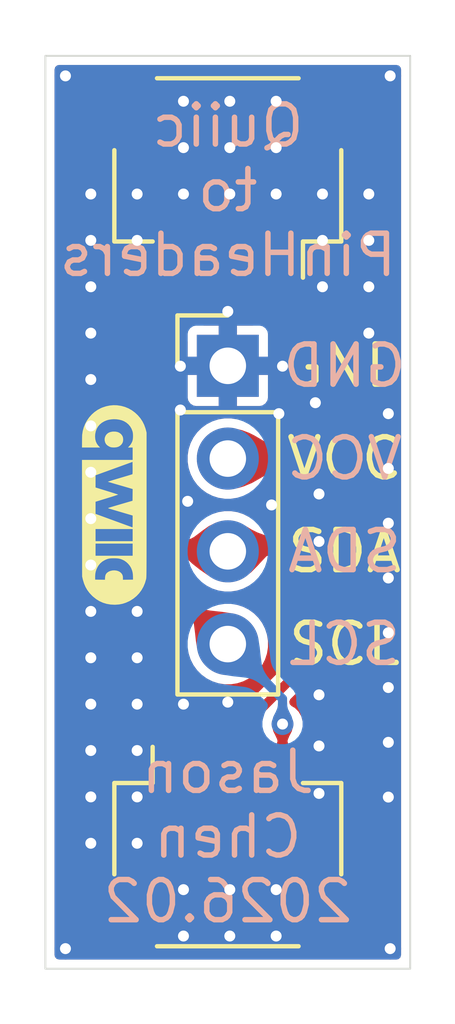
<source format=kicad_pcb>
(kicad_pcb (version 20241229) (generator "pcbnew") (generator_version "9.0")
  (layers (0 "F.Cu" signal) (2 "B.Cu" signal) (13 "F.Paste" user) (15 "B.Paste" user) (5 "F.SilkS" user "F.Silkscreen") (7 "B.SilkS" user "B.Silkscreen") (1 "F.Mask" user) (3 "B.Mask" user) (25 "Edge.Cuts" user))
  (net 0 "")
  (net 1 "GND")
  (net 2 "+3V3")
  (net 3 "/I2C_SDA")
  (net 4 "/I2C_SCL")
  (footprint "Connector_JST:JST_SH_SM04B-SRSS-TB_1x04-1MP_P1.00mm_Horizontal" (layer "F.Cu") (at 145 43.3 180)
    (property "Reference" "J3" (hide yes))
    (property "Value" "Qwiic")
    (fp_line (start 3.11 0.715) (end 3.11 -1.785) (stroke (width 0.12)) (layer "F.SilkS"))
    (fp_line (start 3.11 -1.785) (end 2.06 -1.785) (stroke (width 0.12)) (layer "F.SilkS"))
    (fp_line (start -1.94 2.685) (end 1.94 2.685) (stroke (width 0.12)) (layer "F.SilkS"))
    (fp_line (start -2.06 -1.785) (end -2.06 -2.775) (stroke (width 0.12)) (layer "F.SilkS"))
    (fp_line (start -3.11 0.715) (end -3.11 -1.785) (stroke (width 0.12)) (layer "F.SilkS"))
    (fp_line (start -3.11 -1.785) (end -2.06 -1.785) (stroke (width 0.12)) (layer "F.SilkS"))
    (pad "1" smd roundrect (at -1.5 -2 180) (size 0.6 1.55) (layers "F.Cu" "F.Mask" "F.Paste") (net 1 "GND"))
    (pad "2" smd roundrect (at -0.5 -2 180) (size 0.6 1.55) (layers "F.Cu" "F.Mask" "F.Paste") (net 2 "+3V3"))
    (pad "3" smd roundrect (at 0.5 -2 180) (size 0.6 1.55) (layers "F.Cu" "F.Mask" "F.Paste") (net 3 "/I2C_SDA"))
    (pad "4" smd roundrect (at 1.5 -2 180) (size 0.6 1.55) (layers "F.Cu" "F.Mask" "F.Paste") (net 4 "/I2C_SCL"))
    (pad "MP" smd roundrect (at -2.8 1.875 180) (size 1.2 1.8) (layers "F.Cu" "F.Mask" "F.Paste") (roundrect_rratio 0.208333) (net 1 "GND"))
    (pad "MP" smd roundrect (at 2.8 1.875 180) (size 1.2 1.8) (layers "F.Cu" "F.Mask" "F.Paste") (roundrect_rratio 0.208333) (net 1 "GND"))
  )
  (footprint "Connector_JST:JST_SH_SM04B-SRSS-TB_1x04-1MP_P1.00mm_Horizontal" (layer "F.Cu") (at 145 61.7)
    (property "Reference" "J2" (hide yes))
    (property "Value" "Qwiic")
    (fp_line (start -3.11 -1.785) (end -2.06 -1.785) (stroke (width 0.12)) (layer "F.SilkS"))
    (fp_line (start -3.11 0.715) (end -3.11 -1.785) (stroke (width 0.12)) (layer "F.SilkS"))
    (fp_line (start -2.06 -1.785) (end -2.06 -2.775) (stroke (width 0.12)) (layer "F.SilkS"))
    (fp_line (start -1.94 2.685) (end 1.94 2.685) (stroke (width 0.12)) (layer "F.SilkS"))
    (fp_line (start 3.11 -1.785) (end 2.06 -1.785) (stroke (width 0.12)) (layer "F.SilkS"))
    (fp_line (start 3.11 0.715) (end 3.11 -1.785) (stroke (width 0.12)) (layer "F.SilkS"))
    (pad "1" smd roundrect (at -1.5 -2) (size 0.6 1.55) (layers "F.Cu" "F.Mask" "F.Paste") (net 1 "GND"))
    (pad "2" smd roundrect (at -0.5 -2) (size 0.6 1.55) (layers "F.Cu" "F.Mask" "F.Paste") (net 2 "+3V3"))
    (pad "3" smd roundrect (at 0.5 -2) (size 0.6 1.55) (layers "F.Cu" "F.Mask" "F.Paste") (net 3 "/I2C_SDA"))
    (pad "4" smd roundrect (at 1.5 -2) (size 0.6 1.55) (layers "F.Cu" "F.Mask" "F.Paste") (net 4 "/I2C_SCL"))
    (pad "MP" smd roundrect (at -2.8 1.875) (size 1.2 1.8) (layers "F.Cu" "F.Mask" "F.Paste") (roundrect_rratio 0.208333) (net 1 "GND"))
    (pad "MP" smd roundrect (at 2.8 1.875) (size 1.2 1.8) (layers "F.Cu" "F.Mask" "F.Paste") (roundrect_rratio 0.208333) (net 1 "GND"))
  )
  (footprint "SparkFun-Qwiic:qwiic_5.5mm" (layer "F.Cu") (at 141.9 52.30193 -90)
    (property "Reference" "G1" (hide yes))
    (property "Value" "qwiic_Logo" (hide yes))
    (fp_poly (pts (xy -1.744529 -0.228174) (xy -1.702315 -0.214289) (xy -1.664029 -0.189708) (xy -1.654026 -0.181152) (xy -1.619809 -0.143396) (xy -1.595623 -0.100061) (xy -1.581008 -0.049819) (xy -1.575509 0.008659) (xy -1.576197 0.044688) (xy -1.578375 0.076491) (xy -1.58186 0.100162) (xy -1.587973 0.120858) (xy -1.598034 0.143735) (xy -1.605295 0.158266) (xy -1.633786 0.203515) (xy -1.667807 0.237166) (xy -1.708717 0.260118) (xy -1.757873 0.273271) (xy -1.783338 0.276256) (xy -1.810787 0.276057) (xy -1.839069 0.27236) (xy -1.8475 0.27035) (xy -1.89829 0.249844) (xy -1.940013 0.219722) (xy -1.972464 0.180268) (xy -1.995435 0.13177) (xy -2.00872 0.074515) (xy -2.011653 0.042934) (xy -2.010638 -0.020979) (xy -2.000149 -0.07632) (xy -1.979787 -0.124224) (xy -1.949149 -0.165827) (xy -1.931953 -0.182752) (xy -1.89434 -0.209834) (xy -1.852739 -0.226042) (xy -1.804386 -0.232372) (xy -1.793879 -0.23254)) (fill yes) (layer "F.SilkS"))
    (fp_poly (pts (xy 0.188989 -0.873684) (xy 0.368469 -0.873676) (xy 0.535572 -0.873659) (xy 0.690756 -0.873631) (xy 0.834476 -0.873589) (xy 0.967189 -0.873529) (xy 1.089351 -0.87345) (xy 1.201417 -0.873348) (xy 1.303844 -0.873221) (xy 1.397089 -0.873066) (xy 1.481606 -0.872879) (xy 1.557853 -0.872659) (xy 1.626285 -0.872402) (xy 1.687358 -0.872106) (xy 1.74153 -0.871768) (xy 1.789255 -0.871384) (xy 1.830989 -0.870953) (xy 1.86719 -0.870472) (xy 1.898313 -0.869937) (xy 1.924814 -0.869346) (xy 1.947149 -0.868695) (xy 1.965775 -0.867984) (xy 1.981147 -0.867207) (xy 1.993722 -0.866364) (xy 2.003955 -0.86545) (xy 2.012304 -0.864464) (xy 2.019223 -0.863401) (xy 2.02517 -0.862261) (xy 2.029741 -0.861241) (xy 2.137702 -0.829587) (xy 2.238643 -0.787003) (xy 2.332046 -0.733884) (xy 2.417398 -0.670627) (xy 2.494181 -0.597625) (xy 2.561879 -0.515274) (xy 2.619977 -0.423969) (xy 2.633198 -0.399293) (xy 2.674719 -0.307751) (xy 2.70432 -0.216012) (xy 2.722646 -0.121391) (xy 2.730343 -0.021201) (xy 2.730683 0.006344) (xy 2.724721 0.116766) (xy 2.706755 0.221541) (xy 2.676668 0.320961) (xy 2.634342 0.415323) (xy 2.579657 0.504919) (xy 2.512496 0.590045) (xy 2.483802 0.621154) (xy 2.408708 0.691813) (xy 2.329427 0.751264) (xy 2.244356 0.8004) (xy 2.15189 0.840112) (xy 2.050426 0.871292) (xy 2.021097 0.878405) (xy 1.956657 0.893225) (xy 0.360437 0.895214) (xy -1.235783 0.897204) (xy -1.235783 0.202774) (xy -1.235783 -0.488334) (xy -1.181343 -0.488334) (xy -0.997616 0.018157) (xy -0.813889 0.524647) (xy -0.647346 0.524761) (xy -0.480803 0.524876) (xy -0.385564 0.217591) (xy -0.3665 0.156265) (xy -0.348529 0.09881) (xy -0.332051 0.046475) (xy -0.317463 0.00051) (xy -0.305163 -0.037838) (xy -0.295552 -0.067317) (xy -0.289026 -0.086681) (xy -0.285985 -0.094678) (xy -0.285915 -0.094777) (xy -0.283162 -0.089645) (xy -0.276946 -0.072983) (xy -0.267655 -0.04598) (xy -0.255677 -0.009825) (xy -0.241401 0.034294) (xy -0.225213 0.085189) (xy -0.207502 0.14167) (xy -0.188657 0.20255) (xy -0.185599 0.212499) (xy -0.089694 0.52486) (xy 0.076447 0.524868) (xy 0.242587 0.524876) (xy 0.426918 0.020904) (xy 0.455504 -0.057305) (xy 0.482733 -0.131903) (xy 0.508265 -0.20195) (xy 0.531759 -0.266507) (xy 0.552873 -0.324632) (xy 0.571266 -0.375388) (xy 0.586599 -0.417833) (xy 0.59853 -0.451028) (xy 0.606718 -0.474033) (xy 0.610823 -0.485909) (xy 0.611248 -0.487362) (xy 0.604905 -0.488552) (xy 0.587078 -0.489614) (xy 0.559571 -0.490503) (xy 0.524189 -0.491169) (xy 0.482734 -0.491565) (xy 0.449728 -0.491656) (xy 0.657756 -0.491656) (xy 0.657756 0.01661) (xy 0.657756 0.524876) (xy 0.823856 0.524876) (xy 0.989956 0.524876) (xy 0.989956 0.01661) (xy 0.989956 -0.491656) (xy 1.056396 -0.491656) (xy 1.056396 0.01661) (xy 1.056396 0.524876) (xy 1.222496 0.524876) (xy 1.388596 0.524876) (xy 1.388596 0.019932) (xy 1.458376 0.019932) (xy 1.45902 0.073148) (xy 1.461395 0.11645) (xy 1.466194 0.153169) (xy 1.474111 0.186641) (xy 1.48584 0.220197) (xy 1.502076 0.25717) (xy 1.512091 0.277961) (xy 1.551116 0.342691) (xy 1.600225 0.398923) (xy 1.658781 0.446015) (xy 1.704455 0.472889) (xy 1.765567 0.500941) (xy 1.82378 0.520106) (xy 1.883474 0.531385) (xy 1.949031 0.535779) (xy 1.979911 0.535804) (xy 2.043029 0.534842) (xy 2.044825 0.40112) (xy 2.046621 0.267398) (xy 1.987888 0.26459) (xy 1.940401 0.258942) (xy 1.902186 0.246296) (xy 1.87058 0.225501) (xy 1.850686 0.205147) (xy 1.822478 0.162527) (xy 1.802896 0.113625) (xy 1.791867 0.060842) (xy 1.789318 0.006581) (xy 1.795175 -0.046757) (xy 1.809366 -0.096768) (xy 1.831818 -0.141052) (xy 1.862325 -0.177087) (xy 1.894603 -0.201886) (xy 1.927702 -0.217164) (xy 1.965918 -0.224498) (xy 1.994995 -0.22575) (xy 2.046621 -0.225896) (xy 2.044825 -0.363759) (xy 2.043029 -0.501622) (xy 1.959979 -0.500554) (xy 1.893849 -0.497186) (xy 1.835767 -0.488238) (xy 1.781296 -0.472686) (xy 1.726 -0.449502) (xy 1.714151 -0.44371) (xy 1.660755 -0.411091) (xy 1.609549 -0.368714) (xy 1.563822 -0.319823) (xy 1.526864 -0.267659) (xy 1.516376 -0.248774) (xy 1.495472 -0.20526) (xy 1.480053 -0.16559) (xy 1.469376 -0.126327) (xy 1.4627 -0.084031) (xy 1.459282 -0.035264) (xy 1.458376 0.019932) (xy 1.388596 0.019932) (xy 1.388596 0.01661) (xy 1.388596 -0.491656) (xy 1.222496 -0.491656) (xy 1.056396 -0.491656) (xy 0.989956 -0.491656) (xy 0.823856 -0.491656) (xy 0.657756 -0.491656) (xy 0.449728 -0.491656) (xy 0.288208 -0.491656) (xy 0.19303 -0.167761) (xy 0.174271 -0.104052) (xy 0.156437 -0.043736) (xy 0.139917 0.011892) (xy 0.1251 0.061535) (xy 0.112372 0.103899) (xy 0.102123 0.137689) (xy 0.09474 0.161607) (xy 0.090612 0.174359) (xy 0.090171 0.175559) (xy 0.088698 0.178881) (xy 0.087111 0.18079) (xy 0.085173 0.180539) (xy 0.082647 0.177381) (xy 0.079298 0.170569) (xy 0.074888 0.159355) (xy 0.069182 0.142993) (xy 0.061943 0.120735) (xy 0.052934 0.091833) (xy 0.04192 0.055541) (xy 0.028664 0.011112) (xy 0.012929 -0.042203) (xy -0.00552 -0.105149) (xy -0.026921 -0.178474) (xy -0.05151 -0.262927) (xy -0.079523 -0.359252) (xy -0.085179 -0.378708) (xy -0.117049 -0.488334) (xy -0.277339 -0.490112) (xy -0.437628 -0.49189) (xy -0.454189 -0.43696) (xy -0.459558 -0.418854) (xy -0.468119 -0.389617) (xy -0.479393 -0.350891) (xy -0.492907 -0.304315) (xy -0.508184 -0.251532) (xy -0.524747 -0.194183) (xy -0.542123 -0.133908) (xy -0.551981 -0.09966) (xy -0.568989 -0.040756) (xy -0.58498 0.014206) (xy -0.599562 0.06391) (xy -0.612343 0.107038) (xy -0.622932 0.142273) (xy -0.630935 0.168299) (xy -0.635962 0.183799) (xy -0.637508 0.18769) (xy -0.640143 0.182477) (xy -0.646125 0.165659) (xy -0.655094 0.138393) (xy -0.666689 0.101832) (xy -0.680551 0.057133) (xy -0.69632 0.005452) (xy -0.713634 -0.052056) (xy -0.732133 -0.114236) (xy -0.740425 -0.142334) (xy -0.759399 -0.20664) (xy -0.777342 -0.267165) (xy -0.793889 -0.322695) (xy -0.808673 -0.372021) (xy -0.82133 -0.413928) (xy -0.831496 -0.447207) (xy -0.838804 -0.470643) (xy -0.84289 -0.483025) (xy -0.843542 -0.484614) (xy -0.850632 -0.487101) (xy -0.868742 -0.488897) (xy -0.898394 -0.490018) (xy -0.940108 -0.490481) (xy -0.994407 -0.490303) (xy -1.01469 -0.490111) (xy -1.181343 -0.488334) (xy -1.235783 -0.488334) (xy -1.235783 -0.491656) (xy -1.405205 -0.491656) (xy -1.574627 -0.491656) (xy -1.574627 -0.427104) (xy -1.574627 -0.362552) (xy -1.609508 -0.396555) (xy -1.661359 -0.43946) (xy -1.718827 -0.471706) (xy -1.754015 -0.485658) (xy -1.788245 -0.49406) (xy -1.831367 -0.499432) (xy -1.879321 -0.501718) (xy -1.928048 -0.500861) (xy -1.973488 -0.496806) (xy -2.011582 -0.489496) (xy -2.012556 -0.489229) (xy -2.084908 -0.462581) (xy -2.150106 -0.424879) (xy -2.207521 -0.376647) (xy -2.256521 -0.318407) (xy -2.29395 -0.255794) (xy -2.318933 -0.194223) (xy -2.33707 -0.124518) (xy -2.347799 -0.050248) (xy -2.350561 0.025012) (xy -2.346898 0.081449) (xy -2.339692 0.134862) (xy -2.330738 0.179551) (xy -2.31876 0.220071) (xy -2.302483 0.26098) (xy -2.287822 0.292336) (xy -2.250269 0.35538) (xy -2.20353 0.410804) (xy -2.149262 0.456924) (xy -2.092859 0.490294) (xy -2.020419 0.518194) (xy -1.944236 0.533989) (xy -1.875283 0.538164) (xy -1.802473 0.532351) (xy -1.735765 0.51502) (xy -1.675583 0.486334) (xy -1.622351 0.446454) (xy -1.613975 0.438525) (xy -1.574627 0.400023) (xy -1.574627 0.648481) (xy -1.574627 0.89694) (xy -1.735744 0.895823) (xy -1.782316 0.895408) (xy -1.825873 0.89485) (xy -1.864188 0.894189) (xy -1.895038 0.893467) (xy -1.916195 0.892727) (xy -1.923437 0.892281) (xy -2.027954 0.876345) (xy -2.128979 0.848373) (xy -2.225505 0.809112) (xy -2.316526 0.759313) (xy -2.401034 0.699725) (xy -2.478023 0.631096) (xy -2.546484 0.554176) (xy -2.605411 0.469715) (xy -2.653797 0.378461) (xy -2.671809 0.335522) (xy -2.704391 0.235151) (xy -2.725401 0.133425) (xy -2.734543 0.032335) (xy -2.731552 -0.065793) (xy -2.714985 -0.176099) (xy -2.686777 -0.280033) (xy -2.646817 -0.377821) (xy -2.594997 -0.46969) (xy -2.531208 -0.555868) (xy -2.459831 -0.632281) (xy -2.378973 -0.701842) (xy -2.292396 -0.75987) (xy -2.199097 -0.806917) (xy -2.098074 -0.843536) (xy -2.054815 -0.855504) (xy -1.983233 -0.873686) (xy -0.003322 -0.873686)) (fill yes) (layer "F.SilkS"))
  )
  (footprint "Connector_PinHeader_2.54mm:PinHeader_1x04_P2.54mm_Vertical" (layer "F.Cu") (at 145 48.49)
    (property "Reference" "J1" (hide yes))
    (property "Value" "Conn_01x04_Pin")
    (fp_line (start -1.38 -1.38) (end 0 -1.38) (stroke (width 0.12)) (layer "F.SilkS"))
    (fp_line (start -1.38 0) (end -1.38 -1.38) (stroke (width 0.12)) (layer "F.SilkS"))
    (fp_line (start -1.38 1.27) (end -1.38 9) (stroke (width 0.12)) (layer "F.SilkS"))
    (fp_line (start -1.38 1.27) (end 1.38 1.27) (stroke (width 0.12)) (layer "F.SilkS"))
    (fp_line (start -1.38 9) (end 1.38 9) (stroke (width 0.12)) (layer "F.SilkS"))
    (fp_line (start 1.38 1.27) (end 1.38 9) (stroke (width 0.12)) (layer "F.SilkS"))
    (pad "1" thru_hole rect (at 0 0) (size 1.7 1.7) (drill 1) (layers "*.Cu" "*.Mask") (net 1 "GND"))
    (pad "2" thru_hole circle (at 0 2.54) (size 1.7 1.7) (drill 1) (layers "*.Cu" "*.Mask") (net 2 "+3V3"))
    (pad "3" thru_hole circle (at 0 5.08) (size 1.7 1.7) (drill 1) (layers "*.Cu" "*.Mask") (net 3 "/I2C_SDA"))
    (pad "4" thru_hole circle (at 0 7.62) (size 1.7 1.7) (drill 1) (layers "*.Cu" "*.Mask") (net 4 "/I2C_SCL"))
  )
  (gr_rect (start 140 40) (end 150 65) (stroke (width 0.05)) (fill no) (layer "Edge.Cuts"))
  (gr_text "VCC" (at 148.2 51.67325 0) (layer "F.SilkS") (effects (font (size 1.1 1.1)) (justify bottom)))
  (gr_text "SCL" (at 148.2 56.75325 0) (layer "F.SilkS") (effects (font (size 1.1 1.1)) (justify bottom)))
  (gr_text "SDA" (at 148.2 54.21325 0) (layer "F.SilkS") (effects (font (size 1.1 1.1)) (justify bottom)))
  (gr_text "GND" (at 148.2 49.13325 0) (layer "F.SilkS") (effects (font (size 1.1 1.1)) (justify bottom)))
  (gr_text "SDA" (at 148.2 54.21325 0) (layer "B.SilkS") (effects (font (size 1.1 1.1)) (justify bottom mirror)))
  (gr_text "SCL" (at 148.2 56.75325 0) (layer "B.SilkS") (effects (font (size 1.1 1.1)) (justify bottom mirror)))
  (gr_text "VCC" (at 148.2 51.67325 0) (layer "B.SilkS") (effects (font (size 1.1 1.1)) (justify bottom mirror)))
  (gr_text "Jason\nChen\n2026.02" (at 145 63.8 0) (layer "B.SilkS") (effects (font (size 1.1 1.1)) (justify bottom mirror)))
  (gr_text "Quiic\nto\nPinHeaders" (at 145 46.1 0) (layer "B.SilkS") (effects (font (size 1.1 1.1)) (justify bottom mirror)))
  (gr_text "GND" (at 148.2 49.13325 0) (layer "B.SilkS") (effects (font (size 1.1 1.1)) (justify bottom mirror)))
  (via (at 143.785 43.785) (size 0.6) (drill 0.3) (layers "F.Cu" "B.Cu") (net 1))
  (via (at 140.55 40.55) (size 0.6) (drill 0.3) (layers "F.Cu" "B.Cu") (net 1))
  (via (at 143.785 42.515) (size 0.6) (drill 0.3) (layers "F.Cu" "B.Cu") (net 1))
  (via (at 142.515 60.295) (size 0.6) (drill 0.3) (layers "F.Cu" "B.Cu") (net 1))
  (via (at 140.55 64.45) (size 0.6) (drill 0.3) (layers "F.Cu" "B.Cu") (net 1))
  (via (at 148.865 43.785) (size 0.6) (drill 0.3) (layers "F.Cu" "B.Cu") (net 1))
  (via (at 141.245 50.135) (size 0.6) (drill 0.3) (layers "F.Cu" "B.Cu") (net 1))
  (via (at 141.245 45.055) (size 0.6) (drill 0.3) (layers "F.Cu" "B.Cu") (net 1))
  (via (at 142.515 45.055) (size 0.6) (drill 0.3) (layers "F.Cu" "B.Cu") (net 1))
  (via (at 149.4 49.8) (size 0.6) (drill 0.3) (layers "F.Cu" "B.Cu") (net 1))
  (via (at 148.865 47.595) (size 0.6) (drill 0.3) (layers "F.Cu" "B.Cu") (net 1))
  (via (at 147.5 57.5) (size 0.6) (drill 0.3) (layers "F.Cu" "B.Cu") (net 1))
  (via (at 148.865 45.055) (size 0.6) (drill 0.3) (layers "F.Cu" "B.Cu") (net 1))
  (via (at 143.9 52.2) (size 0.6) (drill 0.3) (layers "F.Cu" "B.Cu") (net 1))
  (via (at 146.325 64.105) (size 0.6) (drill 0.3) (layers "F.Cu" "B.Cu") (net 1))
  (via (at 148.865 46.325) (size 0.6) (drill 0.3) (layers "F.Cu" "B.Cu") (net 1))
  (via (at 141.245 51.405) (size 0.6) (drill 0.3) (layers "F.Cu" "B.Cu") (net 1))
  (via (at 147.595 45.055) (size 0.6) (drill 0.3) (layers "F.Cu" "B.Cu") (net 1))
  (via (at 145.055 62.835) (size 0.6) (drill 0.3) (layers "F.Cu" "B.Cu") (net 1))
  (via (at 141.245 55.215) (size 0.6) (drill 0.3) (layers "F.Cu" "B.Cu") (net 1))
  (via (at 143.7 48.5) (size 0.6) (drill 0.3) (layers "F.Cu" "B.Cu") (net 1))
  (via (at 141.245 60.295) (size 0.6) (drill 0.3) (layers "F.Cu" "B.Cu") (net 1))
  (via (at 145 57.7) (size 0.6) (drill 0.3) (layers "F.Cu" "B.Cu") (net 1))
  (via (at 141.245 47.595) (size 0.6) (drill 0.3) (layers "F.Cu" "B.Cu") (net 1))
  (via (at 145 47) (size 0.6) (drill 0.3) (layers "F.Cu" "B.Cu") (net 1))
  (via (at 141.245 46.325) (size 0.6) (drill 0.3) (layers "F.Cu" "B.Cu") (net 1))
  (via (at 147.4 49.5) (size 0.6) (drill 0.3) (layers "F.Cu" "B.Cu") (net 1))
  (via (at 146.325 41.245) (size 0.6) (drill 0.3) (layers "F.Cu" "B.Cu") (net 1))
  (via (at 141.245 57.755) (size 0.6) (drill 0.3) (layers "F.Cu" "B.Cu") (net 1))
  (via (at 143.7 49.7) (size 0.6) (drill 0.3) (layers "F.Cu" "B.Cu") (net 1))
  (via (at 142.515 55.215) (size 0.6) (drill 0.3) (layers "F.Cu" "B.Cu") (net 1))
  (via (at 146.325 62.835) (size 0.6) (drill 0.3) (layers "F.Cu" "B.Cu") (net 1))
  (via (at 149.4 57.3) (size 0.6) (drill 0.3) (layers "F.Cu" "B.Cu") (net 1))
  (via (at 141.245 43.785) (size 0.6) (drill 0.3) (layers "F.Cu" "B.Cu") (net 1))
  (via (at 146.325 42.515) (size 0.6) (drill 0.3) (layers "F.Cu" "B.Cu") (net 1))
  (via (at 145.055 43.785) (size 0.6) (drill 0.3) (layers "F.Cu" "B.Cu") (net 1))
  (via (at 142.515 43.785) (size 0.6) (drill 0.3) (layers "F.Cu" "B.Cu") (net 1))
  (via (at 141.245 61.565) (size 0.6) (drill 0.3) (layers "F.Cu" "B.Cu") (net 1))
  (via (at 149.4 54.3) (size 0.6) (drill 0.3) (layers "F.Cu" "B.Cu") (net 1))
  (via (at 142.515 61.565) (size 0.6) (drill 0.3) (layers "F.Cu" "B.Cu") (net 1))
  (via (at 149.45 40.55) (size 0.6) (drill 0.3) (layers "F.Cu" "B.Cu") (net 1))
  (via (at 141.245 56.485) (size 0.6) (drill 0.3) (layers "F.Cu" "B.Cu") (net 1))
  (via (at 147.5 52) (size 0.6) (drill 0.3) (layers "F.Cu" "B.Cu") (net 1))
  (via (at 149.4 51.3) (size 0.6) (drill 0.3) (layers "F.Cu" "B.Cu") (net 1))
  (via (at 149.45 64.45) (size 0.6) (drill 0.3) (layers "F.Cu" "B.Cu") (net 1))
  (via (at 147.5 58.9) (size 0.6) (drill 0.3) (layers "F.Cu" "B.Cu") (net 1))
  (via (at 143.785 57.755) (size 0.6) (drill 0.3) (layers "F.Cu" "B.Cu") (net 1))
  (via (at 142.515 57.755) (size 0.6) (drill 0.3) (layers "F.Cu" "B.Cu") (net 1))
  (via (at 141.245 52.675) (size 0.6) (drill 0.3) (layers "F.Cu" "B.Cu") (net 1))
  (via (at 145.055 42.515) (size 0.6) (drill 0.3) (layers "F.Cu" "B.Cu") (net 1))
  (via (at 141.245 59.025) (size 0.6) (drill 0.3) (layers "F.Cu" "B.Cu") (net 1))
  (via (at 141.245 53.945) (size 0.6) (drill 0.3) (layers "F.Cu" "B.Cu") (net 1))
  (via (at 145.055 41.245) (size 0.6) (drill 0.3) (layers "F.Cu" "B.Cu") (net 1))
  (via (at 146.5 48.5) (size 0.6) (drill 0.3) (layers "F.Cu" "B.Cu") (net 1))
  (via (at 146.4 49.8) (size 0.6) (drill 0.3) (layers "F.Cu" "B.Cu") (net 1))
  (via (at 149.4 55.8) (size 0.6) (drill 0.3) (layers "F.Cu" "B.Cu") (net 1))
  (via (at 145.055 64.105) (size 0.6) (drill 0.3) (layers "F.Cu" "B.Cu") (net 1))
  (via (at 147.595 43.785) (size 0.6) (drill 0.3) (layers "F.Cu" "B.Cu") (net 1))
  (via (at 141.245 48.865) (size 0.6) (drill 0.3) (layers "F.Cu" "B.Cu") (net 1))
  (via (at 147.595 46.325) (size 0.6) (drill 0.3) (layers "F.Cu" "B.Cu") (net 1))
  (via (at 142.515 56.485) (size 0.6) (drill 0.3) (layers "F.Cu" "B.Cu") (net 1))
  (via (at 143.785 62.835) (size 0.6) (drill 0.3) (layers "F.Cu" "B.Cu") (net 1))
  (via (at 146.2 52.3) (size 0.6) (drill 0.3) (layers "F.Cu" "B.Cu") (net 1))
  (via (at 149.4 52.8) (size 0.6) (drill 0.3) (layers "F.Cu" "B.Cu") (net 1))
  (via (at 146.325 43.785) (size 0.6) (drill 0.3) (layers "F.Cu" "B.Cu") (net 1))
  (via (at 143.785 64.105) (size 0.6) (drill 0.3) (layers "F.Cu" "B.Cu") (net 1))
  (via (at 149.4 60.3) (size 0.6) (drill 0.3) (layers "F.Cu" "B.Cu") (net 1))
  (via (at 149.4 58.8) (size 0.6) (drill 0.3) (layers "F.Cu" "B.Cu") (net 1))
  (via (at 142.515 59.025) (size 0.6) (drill 0.3) (layers "F.Cu" "B.Cu") (net 1))
  (via (at 143.785 41.245) (size 0.6) (drill 0.3) (layers "F.Cu" "B.Cu") (net 1))
  (via (at 147.5 53.3) (size 0.6) (drill 0.3) (layers "F.Cu" "B.Cu") (net 1))
  (via (at 147.5 60.2) (size 0.6) (drill 0.3) (layers "F.Cu" "B.Cu") (net 1))
  (segment (start 148.4 49) (end 148.4 51) (width 0.65) (layer "F.Cu") (net 2))
  (segment (start 148.4 60.7) (end 147.7 61.4) (width 0.65) (layer "F.Cu") (net 2))
  (segment (start 148.4 51) (end 148.4 60.7) (width 0.65) (layer "F.Cu") (net 2))
  (segment (start 145.5 45.3) (end 145.5 46.1) (width 0.65) (layer "F.Cu") (net 2))
  (segment (start 144.5 60.783166) (end 144.5 59.7) (width 0.65) (layer "F.Cu") (net 2))
  (segment (start 145.116834 61.4) (end 144.5 60.783166) (width 0.65) (layer "F.Cu") (net 2))
  (segment (start 145.5 46.1) (end 148.4 49) (width 0.65) (layer "F.Cu") (net 2))
  (segment (start 147.7 61.4) (end 145.116834 61.4) (width 0.65) (layer "F.Cu") (net 2))
  (segment (start 147.37 51.03) (end 148.4 50) (width 0.65) (layer "F.Cu") (net 2))
  (segment (start 145 51.03) (end 147.37 51.03) (width 0.65) (layer "F.Cu") (net 2))
  (segment (start 146.57 53.57) (end 146.9 53.9) (width 0.25) (layer "F.Cu") (net 3))
  (segment (start 146.9 56.9) (end 145.5 58.3) (width 0.25) (layer "F.Cu") (net 3))
  (segment (start 145 53.57) (end 146.57 53.57) (width 0.25) (layer "F.Cu") (net 3))
  (segment (start 144.5 46.4) (end 143 47.9) (width 0.25) (layer "F.Cu") (net 3))
  (segment (start 143 47.9) (end 143 52.7) (width 0.25) (layer "F.Cu") (net 3))
  (segment (start 146.9 53.9) (end 146.9 56.9) (width 0.25) (layer "F.Cu") (net 3))
  (segment (start 144.5 45.3) (end 144.5 46.4) (width 0.25) (layer "F.Cu") (net 3))
  (segment (start 143.87 53.57) (end 145 53.57) (width 0.25) (layer "F.Cu") (net 3))
  (segment (start 143 52.7) (end 143.87 53.57) (width 0.25) (layer "F.Cu") (net 3))
  (segment (start 145.5 58.3) (end 145.5 59.7) (width 0.25) (layer "F.Cu") (net 3))
  (segment (start 142.4 47.5) (end 142.4 53.51) (width 0.25) (layer "F.Cu") (net 4))
  (segment (start 142.4 53.51) (end 145 56.11) (width 0.25) (layer "F.Cu") (net 4))
  (segment (start 143.5 45.3) (end 143.5 46.4) (width 0.25) (layer "F.Cu") (net 4))
  (segment (start 143.5 46.4) (end 142.4 47.5) (width 0.25) (layer "F.Cu") (net 4))
  (segment (start 146.5 59.7) (end 146.5 58.3) (width 0.25) (layer "F.Cu") (net 4))
  (via (at 146.5 58.3) (size 0.6) (drill 0.3) (layers "F.Cu" "B.Cu") (net 4))
  (segment (start 146.5 58.3) (end 146.5 57.61) (width 0.25) (layer "B.Cu") (net 4))
  (segment (start 146.5 57.61) (end 145 56.11) (width 0.25) (layer "B.Cu") (net 4))
  (zone (net 1) (net_name "GND") (layers "F.Cu" "B.Cu") (connect_pads (clearance 0.25)) (min_thickness 0.25) (fill yes (thermal_gap 0.25) (thermal_bridge_width 0.5) (island_removal_mode 1) (island_area_min 10))
    (polygon (pts (xy 140 40) (xy 150 40) (xy 150 65) (xy 140 65)))
  )
)
</source>
